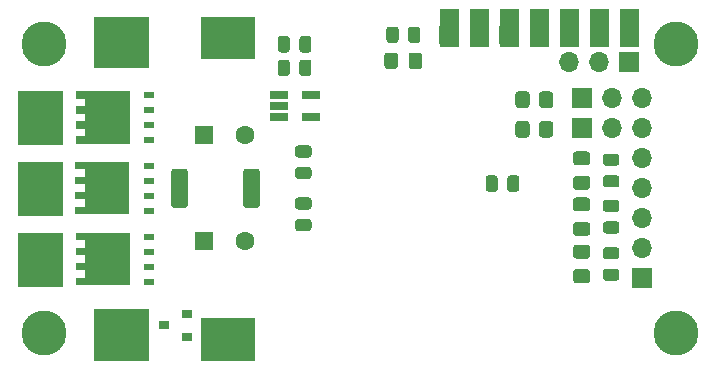
<source format=gbr>
%TF.GenerationSoftware,KiCad,Pcbnew,(5.1.10)-1*%
%TF.CreationDate,2021-11-06T00:50:13+01:00*%
%TF.ProjectId,xESC,78455343-2e6b-4696-9361-645f70636258,rev?*%
%TF.SameCoordinates,Original*%
%TF.FileFunction,Soldermask,Bot*%
%TF.FilePolarity,Negative*%
%FSLAX46Y46*%
G04 Gerber Fmt 4.6, Leading zero omitted, Abs format (unit mm)*
G04 Created by KiCad (PCBNEW (5.1.10)-1) date 2021-11-06 00:50:13*
%MOMM*%
%LPD*%
G01*
G04 APERTURE LIST*
%ADD10C,0.100000*%
%ADD11R,1.560000X0.650000*%
%ADD12R,0.900000X0.800000*%
%ADD13R,1.500000X1.500000*%
%ADD14C,3.800000*%
%ADD15O,1.700000X1.700000*%
%ADD16R,1.700000X1.700000*%
%ADD17R,1.600000X1.600000*%
%ADD18C,1.600000*%
%ADD19R,0.850000X0.500000*%
G04 APERTURE END LIST*
D10*
G36*
X193008000Y-32925000D02*
G01*
X191484000Y-32925000D01*
X191484020Y-29811540D01*
X193008020Y-29811540D01*
X193008000Y-32925000D01*
G37*
X193008000Y-32925000D02*
X191484000Y-32925000D01*
X191484020Y-29811540D01*
X193008020Y-29811540D01*
X193008000Y-32925000D01*
G36*
X195548000Y-32925000D02*
G01*
X194024000Y-32925000D01*
X194024020Y-29811540D01*
X195548020Y-29811540D01*
X195548000Y-32925000D01*
G37*
X195548000Y-32925000D02*
X194024000Y-32925000D01*
X194024020Y-29811540D01*
X195548020Y-29811540D01*
X195548000Y-32925000D01*
G36*
X198088000Y-32925000D02*
G01*
X196564000Y-32925000D01*
X196564020Y-29811540D01*
X198088020Y-29811540D01*
X198088000Y-32925000D01*
G37*
X198088000Y-32925000D02*
X196564000Y-32925000D01*
X196564020Y-29811540D01*
X198088020Y-29811540D01*
X198088000Y-32925000D01*
G36*
X200628000Y-32925000D02*
G01*
X199104000Y-32925000D01*
X199104020Y-29811540D01*
X200628020Y-29811540D01*
X200628000Y-32925000D01*
G37*
X200628000Y-32925000D02*
X199104000Y-32925000D01*
X199104020Y-29811540D01*
X200628020Y-29811540D01*
X200628000Y-32925000D01*
G36*
X203168000Y-32925000D02*
G01*
X201644000Y-32925000D01*
X201644020Y-29811540D01*
X203168020Y-29811540D01*
X203168000Y-32925000D01*
G37*
X203168000Y-32925000D02*
X201644000Y-32925000D01*
X201644020Y-29811540D01*
X203168020Y-29811540D01*
X203168000Y-32925000D01*
G36*
X205708000Y-32925000D02*
G01*
X204184000Y-32925000D01*
X204184020Y-29811540D01*
X205708020Y-29811540D01*
X205708000Y-32925000D01*
G37*
X205708000Y-32925000D02*
X204184000Y-32925000D01*
X204184020Y-29811540D01*
X205708020Y-29811540D01*
X205708000Y-32925000D01*
G36*
X208248000Y-32925000D02*
G01*
X206724000Y-32925000D01*
X206724020Y-29811540D01*
X208248020Y-29811540D01*
X208248000Y-32925000D01*
G37*
X208248000Y-32925000D02*
X206724000Y-32925000D01*
X206724020Y-29811540D01*
X208248020Y-29811540D01*
X208248000Y-32925000D01*
G36*
X175750000Y-34000000D02*
G01*
X171250000Y-34000000D01*
X171250000Y-30500000D01*
X175750000Y-30500000D01*
X175750000Y-34000000D01*
G37*
X175750000Y-34000000D02*
X171250000Y-34000000D01*
X171250000Y-30500000D01*
X175750000Y-30500000D01*
X175750000Y-34000000D01*
G36*
X175750000Y-59500000D02*
G01*
X171250000Y-59500000D01*
X171250000Y-56000000D01*
X175750000Y-56000000D01*
X175750000Y-59500000D01*
G37*
X175750000Y-59500000D02*
X171250000Y-59500000D01*
X171250000Y-56000000D01*
X175750000Y-56000000D01*
X175750000Y-59500000D01*
G36*
X159500000Y-53250000D02*
G01*
X155750000Y-53250000D01*
X155750000Y-48750000D01*
X159500000Y-48750000D01*
X159500000Y-53250000D01*
G37*
X159500000Y-53250000D02*
X155750000Y-53250000D01*
X155750000Y-48750000D01*
X159500000Y-48750000D01*
X159500000Y-53250000D01*
G36*
X159500000Y-47250000D02*
G01*
X155750000Y-47250000D01*
X155750000Y-42750000D01*
X159500000Y-42750000D01*
X159500000Y-47250000D01*
G37*
X159500000Y-47250000D02*
X155750000Y-47250000D01*
X155750000Y-42750000D01*
X159500000Y-42750000D01*
X159500000Y-47250000D01*
G36*
X166750000Y-59500000D02*
G01*
X162250000Y-59500000D01*
X162250000Y-55250000D01*
X166750000Y-55250000D01*
X166750000Y-59500000D01*
G37*
X166750000Y-59500000D02*
X162250000Y-59500000D01*
X162250000Y-55250000D01*
X166750000Y-55250000D01*
X166750000Y-59500000D01*
G36*
X166750000Y-34750000D02*
G01*
X162250000Y-34750000D01*
X162250000Y-30500000D01*
X166750000Y-30500000D01*
X166750000Y-34750000D01*
G37*
X166750000Y-34750000D02*
X162250000Y-34750000D01*
X162250000Y-30500000D01*
X166750000Y-30500000D01*
X166750000Y-34750000D01*
G36*
X159500000Y-41250000D02*
G01*
X155750000Y-41250000D01*
X155750000Y-36750000D01*
X159500000Y-36750000D01*
X159500000Y-41250000D01*
G37*
X159500000Y-41250000D02*
X155750000Y-41250000D01*
X155750000Y-36750000D01*
X159500000Y-36750000D01*
X159500000Y-41250000D01*
D11*
%TO.C,U3*%
X180551226Y-39000105D03*
X180551226Y-37100105D03*
X177851226Y-37100105D03*
X177851226Y-38050105D03*
X177851226Y-39000105D03*
%TD*%
%TO.C,R20*%
G36*
G01*
X180390001Y-42390000D02*
X179489999Y-42390000D01*
G75*
G02*
X179240000Y-42140001I0J249999D01*
G01*
X179240000Y-41614999D01*
G75*
G02*
X179489999Y-41365000I249999J0D01*
G01*
X180390001Y-41365000D01*
G75*
G02*
X180640000Y-41614999I0J-249999D01*
G01*
X180640000Y-42140001D01*
G75*
G02*
X180390001Y-42390000I-249999J0D01*
G01*
G37*
G36*
G01*
X180390001Y-44215000D02*
X179489999Y-44215000D01*
G75*
G02*
X179240000Y-43965001I0J249999D01*
G01*
X179240000Y-43439999D01*
G75*
G02*
X179489999Y-43190000I249999J0D01*
G01*
X180390001Y-43190000D01*
G75*
G02*
X180640000Y-43439999I0J-249999D01*
G01*
X180640000Y-43965001D01*
G75*
G02*
X180390001Y-44215000I-249999J0D01*
G01*
G37*
%TD*%
%TO.C,R19*%
G36*
G01*
X180390001Y-46800000D02*
X179489999Y-46800000D01*
G75*
G02*
X179240000Y-46550001I0J249999D01*
G01*
X179240000Y-46024999D01*
G75*
G02*
X179489999Y-45775000I249999J0D01*
G01*
X180390001Y-45775000D01*
G75*
G02*
X180640000Y-46024999I0J-249999D01*
G01*
X180640000Y-46550001D01*
G75*
G02*
X180390001Y-46800000I-249999J0D01*
G01*
G37*
G36*
G01*
X180390001Y-48625000D02*
X179489999Y-48625000D01*
G75*
G02*
X179240000Y-48375001I0J249999D01*
G01*
X179240000Y-47849999D01*
G75*
G02*
X179489999Y-47600000I249999J0D01*
G01*
X180390001Y-47600000D01*
G75*
G02*
X180640000Y-47849999I0J-249999D01*
G01*
X180640000Y-48375001D01*
G75*
G02*
X180390001Y-48625000I-249999J0D01*
G01*
G37*
%TD*%
D12*
%TO.C,D3*%
X168100000Y-56600000D03*
X170100000Y-57550000D03*
X170100000Y-55650000D03*
%TD*%
D13*
%TO.C,TP9*%
X194800000Y-32000000D03*
%TD*%
%TO.C,D2*%
G36*
G01*
X188850000Y-34650001D02*
X188850000Y-33749999D01*
G75*
G02*
X189099999Y-33500000I249999J0D01*
G01*
X189750001Y-33500000D01*
G75*
G02*
X190000000Y-33749999I0J-249999D01*
G01*
X190000000Y-34650001D01*
G75*
G02*
X189750001Y-34900000I-249999J0D01*
G01*
X189099999Y-34900000D01*
G75*
G02*
X188850000Y-34650001I0J249999D01*
G01*
G37*
G36*
G01*
X186800000Y-34650001D02*
X186800000Y-33749999D01*
G75*
G02*
X187049999Y-33500000I249999J0D01*
G01*
X187700001Y-33500000D01*
G75*
G02*
X187950000Y-33749999I0J-249999D01*
G01*
X187950000Y-34650001D01*
G75*
G02*
X187700001Y-34900000I-249999J0D01*
G01*
X187049999Y-34900000D01*
G75*
G02*
X186800000Y-34650001I0J249999D01*
G01*
G37*
%TD*%
D14*
%TO.C,H4*%
X158000000Y-57250000D03*
%TD*%
%TO.C,H3*%
X211500000Y-57250000D03*
%TD*%
%TO.C,H2*%
X211500000Y-32750000D03*
%TD*%
%TO.C,H1*%
X158000000Y-32750000D03*
%TD*%
D13*
%TO.C,TP8*%
X197300000Y-32000000D03*
%TD*%
%TO.C,TP6*%
X192200000Y-32000000D03*
%TD*%
%TO.C,TP5*%
X202400000Y-32000000D03*
%TD*%
%TO.C,TP4*%
X199872600Y-31978600D03*
%TD*%
%TO.C,TP3*%
X204965300Y-31978600D03*
%TD*%
D15*
%TO.C,J4*%
X202420000Y-34300000D03*
X204960000Y-34300000D03*
D16*
X207500000Y-34300000D03*
%TD*%
%TO.C,R18*%
G36*
G01*
X199100000Y-37049999D02*
X199100000Y-37950001D01*
G75*
G02*
X198850001Y-38200000I-249999J0D01*
G01*
X198149999Y-38200000D01*
G75*
G02*
X197900000Y-37950001I0J249999D01*
G01*
X197900000Y-37049999D01*
G75*
G02*
X198149999Y-36800000I249999J0D01*
G01*
X198850001Y-36800000D01*
G75*
G02*
X199100000Y-37049999I0J-249999D01*
G01*
G37*
G36*
G01*
X201100000Y-37049999D02*
X201100000Y-37950001D01*
G75*
G02*
X200850001Y-38200000I-249999J0D01*
G01*
X200149999Y-38200000D01*
G75*
G02*
X199900000Y-37950001I0J249999D01*
G01*
X199900000Y-37049999D01*
G75*
G02*
X200149999Y-36800000I249999J0D01*
G01*
X200850001Y-36800000D01*
G75*
G02*
X201100000Y-37049999I0J-249999D01*
G01*
G37*
%TD*%
%TO.C,R17*%
G36*
G01*
X199100000Y-39549999D02*
X199100000Y-40450001D01*
G75*
G02*
X198850001Y-40700000I-249999J0D01*
G01*
X198149999Y-40700000D01*
G75*
G02*
X197900000Y-40450001I0J249999D01*
G01*
X197900000Y-39549999D01*
G75*
G02*
X198149999Y-39300000I249999J0D01*
G01*
X198850001Y-39300000D01*
G75*
G02*
X199100000Y-39549999I0J-249999D01*
G01*
G37*
G36*
G01*
X201100000Y-39549999D02*
X201100000Y-40450001D01*
G75*
G02*
X200850001Y-40700000I-249999J0D01*
G01*
X200149999Y-40700000D01*
G75*
G02*
X199900000Y-40450001I0J249999D01*
G01*
X199900000Y-39549999D01*
G75*
G02*
X200149999Y-39300000I249999J0D01*
G01*
X200850001Y-39300000D01*
G75*
G02*
X201100000Y-39549999I0J-249999D01*
G01*
G37*
%TD*%
D15*
%TO.C,J3*%
X208600000Y-37390000D03*
X206060000Y-37390000D03*
D16*
X203520000Y-37390000D03*
%TD*%
D15*
%TO.C,J2*%
X208600000Y-39930000D03*
X206060000Y-39930000D03*
D16*
X203520000Y-39930000D03*
%TD*%
D15*
%TO.C,J1*%
X208600000Y-42470000D03*
X208600000Y-45010000D03*
X208600000Y-47550000D03*
X208600000Y-50090000D03*
D16*
X208600000Y-52630000D03*
%TD*%
D17*
%TO.C,C10*%
X171500000Y-49500000D03*
D18*
X175000000Y-49500000D03*
%TD*%
%TO.C,R13*%
G36*
G01*
X205549998Y-45975000D02*
X206450002Y-45975000D01*
G75*
G02*
X206700000Y-46224998I0J-249998D01*
G01*
X206700000Y-46750002D01*
G75*
G02*
X206450002Y-47000000I-249998J0D01*
G01*
X205549998Y-47000000D01*
G75*
G02*
X205300000Y-46750002I0J249998D01*
G01*
X205300000Y-46224998D01*
G75*
G02*
X205549998Y-45975000I249998J0D01*
G01*
G37*
G36*
G01*
X205549998Y-47800000D02*
X206450002Y-47800000D01*
G75*
G02*
X206700000Y-48049998I0J-249998D01*
G01*
X206700000Y-48575002D01*
G75*
G02*
X206450002Y-48825000I-249998J0D01*
G01*
X205549998Y-48825000D01*
G75*
G02*
X205300000Y-48575002I0J249998D01*
G01*
X205300000Y-48049998D01*
G75*
G02*
X205549998Y-47800000I249998J0D01*
G01*
G37*
%TD*%
%TO.C,C16*%
G36*
G01*
X203975000Y-49025000D02*
X203025000Y-49025000D01*
G75*
G02*
X202775000Y-48775000I0J250000D01*
G01*
X202775000Y-48100000D01*
G75*
G02*
X203025000Y-47850000I250000J0D01*
G01*
X203975000Y-47850000D01*
G75*
G02*
X204225000Y-48100000I0J-250000D01*
G01*
X204225000Y-48775000D01*
G75*
G02*
X203975000Y-49025000I-250000J0D01*
G01*
G37*
G36*
G01*
X203975000Y-46950000D02*
X203025000Y-46950000D01*
G75*
G02*
X202775000Y-46700000I0J250000D01*
G01*
X202775000Y-46025000D01*
G75*
G02*
X203025000Y-45775000I250000J0D01*
G01*
X203975000Y-45775000D01*
G75*
G02*
X204225000Y-46025000I0J-250000D01*
G01*
X204225000Y-46700000D01*
G75*
G02*
X203975000Y-46950000I-250000J0D01*
G01*
G37*
%TD*%
%TO.C,C17*%
G36*
G01*
X203975000Y-53025000D02*
X203025000Y-53025000D01*
G75*
G02*
X202775000Y-52775000I0J250000D01*
G01*
X202775000Y-52100000D01*
G75*
G02*
X203025000Y-51850000I250000J0D01*
G01*
X203975000Y-51850000D01*
G75*
G02*
X204225000Y-52100000I0J-250000D01*
G01*
X204225000Y-52775000D01*
G75*
G02*
X203975000Y-53025000I-250000J0D01*
G01*
G37*
G36*
G01*
X203975000Y-50950000D02*
X203025000Y-50950000D01*
G75*
G02*
X202775000Y-50700000I0J250000D01*
G01*
X202775000Y-50025000D01*
G75*
G02*
X203025000Y-49775000I250000J0D01*
G01*
X203975000Y-49775000D01*
G75*
G02*
X204225000Y-50025000I0J-250000D01*
G01*
X204225000Y-50700000D01*
G75*
G02*
X203975000Y-50950000I-250000J0D01*
G01*
G37*
%TD*%
%TO.C,R14*%
G36*
G01*
X205549998Y-49975000D02*
X206450002Y-49975000D01*
G75*
G02*
X206700000Y-50224998I0J-249998D01*
G01*
X206700000Y-50750002D01*
G75*
G02*
X206450002Y-51000000I-249998J0D01*
G01*
X205549998Y-51000000D01*
G75*
G02*
X205300000Y-50750002I0J249998D01*
G01*
X205300000Y-50224998D01*
G75*
G02*
X205549998Y-49975000I249998J0D01*
G01*
G37*
G36*
G01*
X205549998Y-51800000D02*
X206450002Y-51800000D01*
G75*
G02*
X206700000Y-52049998I0J-249998D01*
G01*
X206700000Y-52575002D01*
G75*
G02*
X206450002Y-52825000I-249998J0D01*
G01*
X205549998Y-52825000D01*
G75*
G02*
X205300000Y-52575002I0J249998D01*
G01*
X205300000Y-52049998D01*
G75*
G02*
X205549998Y-51800000I249998J0D01*
G01*
G37*
%TD*%
D17*
%TO.C,C20*%
X171500000Y-40500000D03*
D18*
X175000000Y-40500000D03*
%TD*%
%TO.C,C15*%
G36*
G01*
X203975000Y-45125000D02*
X203025000Y-45125000D01*
G75*
G02*
X202775000Y-44875000I0J250000D01*
G01*
X202775000Y-44200000D01*
G75*
G02*
X203025000Y-43950000I250000J0D01*
G01*
X203975000Y-43950000D01*
G75*
G02*
X204225000Y-44200000I0J-250000D01*
G01*
X204225000Y-44875000D01*
G75*
G02*
X203975000Y-45125000I-250000J0D01*
G01*
G37*
G36*
G01*
X203975000Y-43050000D02*
X203025000Y-43050000D01*
G75*
G02*
X202775000Y-42800000I0J250000D01*
G01*
X202775000Y-42125000D01*
G75*
G02*
X203025000Y-41875000I250000J0D01*
G01*
X203975000Y-41875000D01*
G75*
G02*
X204225000Y-42125000I0J-250000D01*
G01*
X204225000Y-42800000D01*
G75*
G02*
X203975000Y-43050000I-250000J0D01*
G01*
G37*
%TD*%
%TO.C,R15*%
G36*
G01*
X186975000Y-32450002D02*
X186975000Y-31549998D01*
G75*
G02*
X187224998Y-31300000I249998J0D01*
G01*
X187750002Y-31300000D01*
G75*
G02*
X188000000Y-31549998I0J-249998D01*
G01*
X188000000Y-32450002D01*
G75*
G02*
X187750002Y-32700000I-249998J0D01*
G01*
X187224998Y-32700000D01*
G75*
G02*
X186975000Y-32450002I0J249998D01*
G01*
G37*
G36*
G01*
X188800000Y-32450002D02*
X188800000Y-31549998D01*
G75*
G02*
X189049998Y-31300000I249998J0D01*
G01*
X189575002Y-31300000D01*
G75*
G02*
X189825000Y-31549998I0J-249998D01*
G01*
X189825000Y-32450002D01*
G75*
G02*
X189575002Y-32700000I-249998J0D01*
G01*
X189049998Y-32700000D01*
G75*
G02*
X188800000Y-32450002I0J249998D01*
G01*
G37*
%TD*%
%TO.C,R12*%
G36*
G01*
X205549998Y-42075000D02*
X206450002Y-42075000D01*
G75*
G02*
X206700000Y-42324998I0J-249998D01*
G01*
X206700000Y-42850002D01*
G75*
G02*
X206450002Y-43100000I-249998J0D01*
G01*
X205549998Y-43100000D01*
G75*
G02*
X205300000Y-42850002I0J249998D01*
G01*
X205300000Y-42324998D01*
G75*
G02*
X205549998Y-42075000I249998J0D01*
G01*
G37*
G36*
G01*
X205549998Y-43900000D02*
X206450002Y-43900000D01*
G75*
G02*
X206700000Y-44149998I0J-249998D01*
G01*
X206700000Y-44675002D01*
G75*
G02*
X206450002Y-44925000I-249998J0D01*
G01*
X205549998Y-44925000D01*
G75*
G02*
X205300000Y-44675002I0J249998D01*
G01*
X205300000Y-44149998D01*
G75*
G02*
X205549998Y-43900000I249998J0D01*
G01*
G37*
%TD*%
%TO.C,R11*%
G36*
G01*
X180625000Y-34349998D02*
X180625000Y-35250002D01*
G75*
G02*
X180375002Y-35500000I-249998J0D01*
G01*
X179849998Y-35500000D01*
G75*
G02*
X179600000Y-35250002I0J249998D01*
G01*
X179600000Y-34349998D01*
G75*
G02*
X179849998Y-34100000I249998J0D01*
G01*
X180375002Y-34100000D01*
G75*
G02*
X180625000Y-34349998I0J-249998D01*
G01*
G37*
G36*
G01*
X178800000Y-34349998D02*
X178800000Y-35250002D01*
G75*
G02*
X178550002Y-35500000I-249998J0D01*
G01*
X178024998Y-35500000D01*
G75*
G02*
X177775000Y-35250002I0J249998D01*
G01*
X177775000Y-34349998D01*
G75*
G02*
X178024998Y-34100000I249998J0D01*
G01*
X178550002Y-34100000D01*
G75*
G02*
X178800000Y-34349998I0J-249998D01*
G01*
G37*
%TD*%
%TO.C,R10*%
G36*
G01*
X177775000Y-33250002D02*
X177775000Y-32349998D01*
G75*
G02*
X178024998Y-32100000I249998J0D01*
G01*
X178550002Y-32100000D01*
G75*
G02*
X178800000Y-32349998I0J-249998D01*
G01*
X178800000Y-33250002D01*
G75*
G02*
X178550002Y-33500000I-249998J0D01*
G01*
X178024998Y-33500000D01*
G75*
G02*
X177775000Y-33250002I0J249998D01*
G01*
G37*
G36*
G01*
X179600000Y-33250002D02*
X179600000Y-32349998D01*
G75*
G02*
X179849998Y-32100000I249998J0D01*
G01*
X180375002Y-32100000D01*
G75*
G02*
X180625000Y-32349998I0J-249998D01*
G01*
X180625000Y-33250002D01*
G75*
G02*
X180375002Y-33500000I-249998J0D01*
G01*
X179849998Y-33500000D01*
G75*
G02*
X179600000Y-33250002I0J249998D01*
G01*
G37*
%TD*%
%TO.C,R8*%
G36*
G01*
X198225000Y-44149998D02*
X198225000Y-45050002D01*
G75*
G02*
X197975002Y-45300000I-249998J0D01*
G01*
X197449998Y-45300000D01*
G75*
G02*
X197200000Y-45050002I0J249998D01*
G01*
X197200000Y-44149998D01*
G75*
G02*
X197449998Y-43900000I249998J0D01*
G01*
X197975002Y-43900000D01*
G75*
G02*
X198225000Y-44149998I0J-249998D01*
G01*
G37*
G36*
G01*
X196400000Y-44149998D02*
X196400000Y-45050002D01*
G75*
G02*
X196150002Y-45300000I-249998J0D01*
G01*
X195624998Y-45300000D01*
G75*
G02*
X195375000Y-45050002I0J249998D01*
G01*
X195375000Y-44149998D01*
G75*
G02*
X195624998Y-43900000I249998J0D01*
G01*
X196150002Y-43900000D01*
G75*
G02*
X196400000Y-44149998I0J-249998D01*
G01*
G37*
%TD*%
%TO.C,R7*%
G36*
G01*
X168750000Y-46425001D02*
X168750000Y-43574999D01*
G75*
G02*
X168999999Y-43325000I249999J0D01*
G01*
X169900001Y-43325000D01*
G75*
G02*
X170150000Y-43574999I0J-249999D01*
G01*
X170150000Y-46425001D01*
G75*
G02*
X169900001Y-46675000I-249999J0D01*
G01*
X168999999Y-46675000D01*
G75*
G02*
X168750000Y-46425001I0J249999D01*
G01*
G37*
G36*
G01*
X174850000Y-46425001D02*
X174850000Y-43574999D01*
G75*
G02*
X175099999Y-43325000I249999J0D01*
G01*
X176000001Y-43325000D01*
G75*
G02*
X176250000Y-43574999I0J-249999D01*
G01*
X176250000Y-46425001D01*
G75*
G02*
X176000001Y-46675000I-249999J0D01*
G01*
X175099999Y-46675000D01*
G75*
G02*
X174850000Y-46425001I0J249999D01*
G01*
G37*
%TD*%
D19*
%TO.C,Q4*%
X166900000Y-49095000D03*
X166900000Y-50365000D03*
X166900000Y-51635000D03*
X166900000Y-52905000D03*
D10*
G36*
X160675000Y-52605000D02*
G01*
X161475000Y-52605000D01*
X161475000Y-51935000D01*
X160675000Y-51935000D01*
X160675000Y-51335000D01*
X161475000Y-51335000D01*
X161475000Y-50665000D01*
X160675000Y-50665000D01*
X160675000Y-50065000D01*
X161475000Y-50065000D01*
X161475000Y-49395000D01*
X160675000Y-49395000D01*
X160675000Y-48795000D01*
X165225000Y-48795000D01*
X165225000Y-53205000D01*
X160675000Y-53205000D01*
X160675000Y-52605000D01*
G37*
%TD*%
D19*
%TO.C,Q2*%
X166900000Y-37095000D03*
X166900000Y-38365000D03*
X166900000Y-39635000D03*
X166900000Y-40905000D03*
D10*
G36*
X160675000Y-40605000D02*
G01*
X161475000Y-40605000D01*
X161475000Y-39935000D01*
X160675000Y-39935000D01*
X160675000Y-39335000D01*
X161475000Y-39335000D01*
X161475000Y-38665000D01*
X160675000Y-38665000D01*
X160675000Y-38065000D01*
X161475000Y-38065000D01*
X161475000Y-37395000D01*
X160675000Y-37395000D01*
X160675000Y-36795000D01*
X165225000Y-36795000D01*
X165225000Y-41205000D01*
X160675000Y-41205000D01*
X160675000Y-40605000D01*
G37*
%TD*%
D19*
%TO.C,Q6*%
X166850000Y-43095000D03*
X166850000Y-44365000D03*
X166850000Y-45635000D03*
X166850000Y-46905000D03*
D10*
G36*
X160625000Y-46605000D02*
G01*
X161425000Y-46605000D01*
X161425000Y-45935000D01*
X160625000Y-45935000D01*
X160625000Y-45335000D01*
X161425000Y-45335000D01*
X161425000Y-44665000D01*
X160625000Y-44665000D01*
X160625000Y-44065000D01*
X161425000Y-44065000D01*
X161425000Y-43395000D01*
X160625000Y-43395000D01*
X160625000Y-42795000D01*
X165175000Y-42795000D01*
X165175000Y-47205000D01*
X160625000Y-47205000D01*
X160625000Y-46605000D01*
G37*
%TD*%
M02*

</source>
